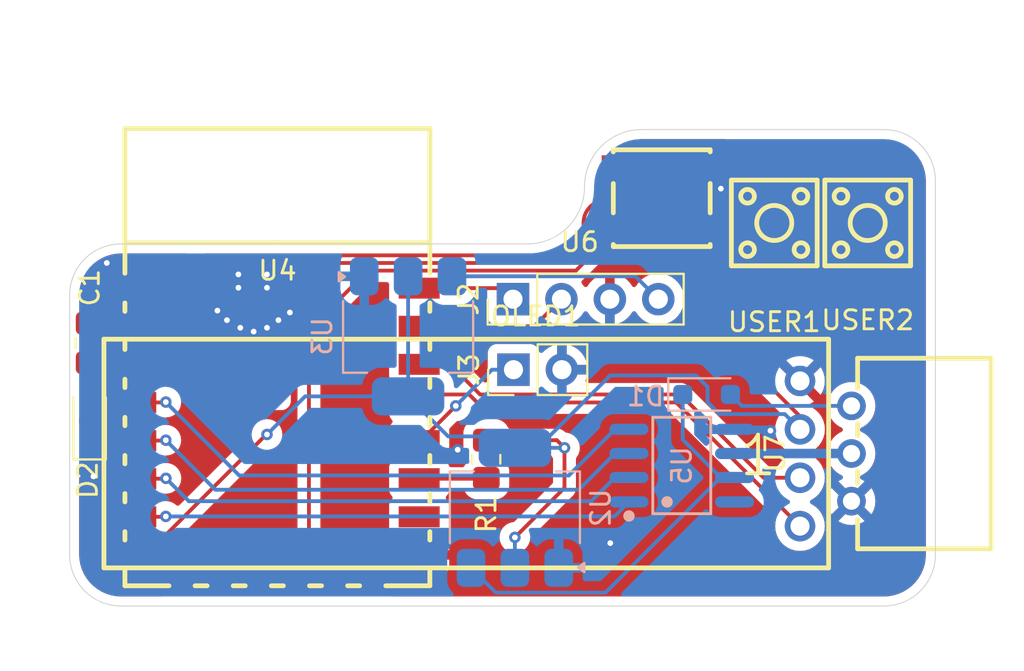
<source format=kicad_pcb>
(kicad_pcb (version 20240108) (generator "pcbnew") (generator_version "8.0")
  (layers (0 "F.Cu" signal) (31 "B.Cu" signal) (34 "B.Paste" user) (35 "F.Paste" user) (36 "B.SilkS" user "B.Silkscreen") (37 "F.SilkS" user "F.Silkscreen") (38 "B.Mask" user) (39 "F.Mask" user) (44 "Edge.Cuts" user))
  (net 0 "")
  (net 1 "GND")
  (net 2 "ENABLE")
  (net 3 "+12V")
  (net 4 "Net-(D1-A)")
  (net 5 "RX_M")
  (net 6 "TX_M")
  (net 7 "+3.3V")
  (net 8 "IO9")
  (net 9 "Net-(U4-GPIO8)")
  (net 10 "I2C-")
  (net 11 "I2C+")
  (net 12 "+5V")
  (net 13 "WAKE_L")
  (net 15 "TX_L")
  (net 17 "RX_L")
  (net 18 "SLEEP_L")
  (net 21 "LED")
  (net 25 "LIN")
  (net 27 "IO0")
  (net 28 "IO1")
  (footprint "easyeda2kicad:SW-SMD_4P-L4.5-W4.5-P3.00-LS6.8" (layer "F.Cu") (at 159.1 93.4 90)
    (property "Reference" "USER1" (at -5.2 0 180) (layer "F.SilkS"))
    (property "Value" "TSC015A03526A")
    (fp_line (start 2.25 -2.25) (end 2.25 2.25) (stroke (width 0.25)) (layer "F.SilkS"))
    (fp_line (start -2.25 -2.25) (end 2.25 -2.25) (stroke (width 0.25)) (layer "F.SilkS"))
    (fp_line (start 2.25 2.25) (end -2.25 2.25) (stroke (width 0.25)) (layer "F.SilkS"))
    (fp_line (start -2.25 2.25) (end -2.25 -2.25) (stroke (width 0.25)) (layer "F.SilkS"))
    (fp_circle (center 1.4 -1.4) (end 1.76 -1.4) (stroke (width 0.25)) (fill none) (layer "F.SilkS"))
    (fp_circle (center -1.4 -1.4) (end -1.04 -1.4) (stroke (width 0.25)) (fill none) (layer "F.SilkS"))
    (fp_circle (center 0 0) (end 0.92 0) (stroke (width 0.25)) (fill none) (layer "F.SilkS"))
    (fp_circle (center 1.4 1.4) (end 1.76 1.4) (stroke (width 0.25)) (fill none) (layer "F.SilkS"))
    (fp_circle (center -1.4 1.4) (end -1.04 1.4) (stroke (width 0.25)) (fill none) (layer "F.SilkS"))
    (pad "1" smd rect (at -3.25 -1.5 90) (size 1.4 1.1) (layers "F.Cu" "F.Paste" "F.Mask") (net 7 "+3.3V"))
    (pad "2" smd rect (at 3.25 -1.5 90) (size 1.4 1.1) (layers "F.Cu" "F.Paste" "F.Mask"))
    (pad "3" smd rect (at -3.25 1.5 90) (size 1.4 1.1) (layers "F.Cu" "F.Paste" "F.Mask"))
    (pad "4" smd rect (at 3.25 1.5 90) (size 1.4 1.1) (layers "F.Cu" "F.Paste" "F.Mask") (net 27 "IO0"))
  )
  (footprint "Resistor_SMD:R_0805_2012Metric_Pad1.20x1.40mm_HandSolder" (layer "F.Cu") (at 144 105.8 90)
    (property "Reference" "R1" (at -2.9 0 90) (layer "F.SilkS"))
    (property "Value" "10K")
    (fp_line (start -0.227064 -0.735) (end 0.227064 -0.735) (stroke (width 0.12)) (layer "F.SilkS"))
    (fp_line (start -0.227064 0.735) (end 0.227064 0.735) (stroke (width 0.12)) (layer "F.SilkS"))
    (pad "1" smd roundrect (at -1 0 90) (size 1.2 1.4) (layers "F.Cu" "F.Paste" "F.Mask") (roundrect_rratio 0.208333) (net 9 "Net-(U4-GPIO8)"))
    (pad "2" smd roundrect (at 1 0 90) (size 1.2 1.4) (layers "F.Cu" "F.Paste" "F.Mask") (roundrect_rratio 0.208333) (net 7 "+3.3V"))
  )
  (footprint "Diode_SMD:D_SOD-323_HandSoldering" (layer "F.Cu") (at 123.2 103.8 90)
    (property "Reference" "D2" (at -3.1 -0.1 -90) (layer "F.SilkS"))
    (property "Value" "1N4148WS")
    (fp_line (start -2.01 -0.85) (end 1.25 -0.85) (stroke (width 0.12)) (layer "F.SilkS"))
    (fp_line (start -2.01 -0.85) (end -2.01 0.85) (stroke (width 0.12)) (layer "F.SilkS"))
    (fp_line (start -2.01 0.85) (end 1.25 0.85) (stroke (width 0.12)) (layer "F.SilkS"))
    (pad "1" smd roundrect (at -1.25 0 90) (size 1 1) (layers "F.Cu" "F.Paste" "F.Mask") (net 1 "GND"))
    (pad "2" smd roundrect (at 1.25 0 90) (size 1 1) (layers "F.Cu" "F.Paste" "F.Mask") (net 2 "ENABLE"))
  )
  (footprint "Connector_PinHeader_2.54mm:PinHeader_1x02_P2.54mm_Vertical" (layer "F.Cu") (at 145.425 101.1 90)
    (property "Reference" "J3" (at 0 -2.33 90) (layer "F.SilkS"))
    (property "Value" "Conn_01x02_Pin")
    (fp_line (start -1.33 -1.33) (end 0 -1.33) (stroke (width 0.12)) (layer "F.SilkS"))
    (fp_line (start -1.33 0) (end -1.33 -1.33) (stroke (width 0.12)) (layer "F.SilkS"))
    (fp_line (start 1.33 1.27) (end 1.33 3.87) (stroke (width 0.12)) (layer "F.SilkS"))
    (fp_line (start -1.33 1.27) (end 1.33 1.27) (stroke (width 0.12)) (layer "F.SilkS"))
    (fp_line (start -1.33 1.27) (end -1.33 3.87) (stroke (width 0.12)) (layer "F.SilkS"))
    (fp_line (start -1.33 3.87) (end 1.33 3.87) (stroke (width 0.12)) (layer "F.SilkS"))
    (pad "1" thru_hole rect (at 0 0 90) (size 1.7 1.7) (drill 1) (layers "*.Cu" "*.Mask") (net 8 "IO9"))
    (pad "2" thru_hole oval (at 0 2.54 90) (size 1.7 1.7) (drill 1) (layers "*.Cu" "*.Mask") (net 1 "GND"))
  )
  (footprint "easyeda2kicad:SW-SMD_4P-L4.5-W4.5-P3.00-LS6.8" (layer "F.Cu") (at 164 93.4 90)
    (property "Reference" "USER2" (at -5.1 0 180) (layer "F.SilkS"))
    (property "Value" "TSC015A03526A")
    (fp_line (start 2.25 -2.25) (end 2.25 2.25) (stroke (width 0.25)) (layer "F.SilkS"))
    (fp_line (start -2.25 -2.25) (end 2.25 -2.25) (stroke (width 0.25)) (layer "F.SilkS"))
    (fp_line (start 2.25 2.25) (end -2.25 2.25) (stroke (width 0.25)) (layer "F.SilkS"))
    (fp_line (start -2.25 2.25) (end -2.25 -2.25) (stroke (width 0.25)) (layer "F.SilkS"))
    (fp_circle (center 1.4 -1.4) (end 1.76 -1.4) (stroke (width 0.25)) (fill none) (layer "F.SilkS"))
    (fp_circle (center -1.4 -1.4) (end -1.04 -1.4) (stroke (width 0.25)) (fill none) (layer "F.SilkS"))
    (fp_circle (center 0 0) (end 0.92 0) (stroke (width 0.25)) (fill none) (layer "F.SilkS"))
    (fp_circle (center 1.4 1.4) (end 1.76 1.4) (stroke (width 0.25)) (fill none) (layer "F.SilkS"))
    (fp_circle (center -1.4 1.4) (end -1.04 1.4) (stroke (width 0.25)) (fill none) (layer "F.SilkS"))
    (pad "1" smd rect (at -3.25 -1.5 90) (size 1.4 1.1) (layers "F.Cu" "F.Paste" "F.Mask") (net 7 "+3.3V"))
    (pad "2" smd rect (at 3.25 -1.5 90) (size 1.4 1.1) (layers "F.Cu" "F.Paste" "F.Mask"))
    (pad "3" smd rect (at -3.25 1.5 90) (size 1.4 1.1) (layers "F.Cu" "F.Paste" "F.Mask"))
    (pad "4" smd rect (at 3.25 1.5 90) (size 1.4 1.1) (layers "F.Cu" "F.Paste" "F.Mask") (net 28 "IO1"))
  )
  (footprint "Connector_PinHeader_2.54mm:PinHeader_1x04_P2.54mm_Vertical" (layer "F.Cu") (at 145.4 97.4 90)
    (property "Reference" "J2" (at 0 -2.33 90) (layer "F.SilkS"))
    (property "Value" "Conn_01x04_Pin")
    (fp_line (start -1.33 -1.33) (end 0 -1.33) (stroke (width 0.12)) (layer "F.SilkS"))
    (fp_line (start -1.33 0) (end -1.33 -1.33) (stroke (width 0.12)) (layer "F.SilkS"))
    (fp_line (start 1.33 1.27) (end 1.33 8.95) (stroke (width 0.12)) (layer "F.SilkS"))
    (fp_line (start -1.33 1.27) (end 1.33 1.27) (stroke (width 0.12)) (layer "F.SilkS"))
    (fp_line (start -1.33 1.27) (end -1.33 8.95) (stroke (width 0.12)) (layer "F.SilkS"))
    (fp_line (start -1.33 8.95) (end 1.33 8.95) (stroke (width 0.12)) (layer "F.SilkS"))
    (pad "1" thru_hole rect (at 0 0 90) (size 1.7 1.7) (drill 1) (layers "*.Cu" "*.Mask") (net 6 "TX_M"))
    (pad "2" thru_hole oval (at 0 2.54 90) (size 1.7 1.7) (drill 1) (layers "*.Cu" "*.Mask") (net 5 "RX_M"))
    (pad "3" thru_hole oval (at 0 5.08 90) (size 1.7 1.7) (drill 1) (layers "*.Cu" "*.Mask") (net 1 "GND"))
    (pad "4" thru_hole oval (at 0 7.62 90) (size 1.7 1.7) (drill 1) (layers "*.Cu" "*.Mask") (net 12 "+5V"))
  )
  (footprint "easyeda2kicad:OLED-TH_L38.0-W12.0_HS91L02W2C01" (layer "F.Cu") (at 160.45 105.5 180)
    (property "Reference" "OLED1" (at 13.85 7.2 0) (layer "F.SilkS"))
    (property "Value" "HS91L02W2C01")
    (fp_line (start 36.5 6) (end -1.5 6) (stroke (width 0.25)) (layer "F.SilkS"))
    (fp_line (start 36.5 -6) (end 36.5 6) (stroke (width 0.25)) (layer "F.SilkS"))
    (fp_line (start -1.5 6) (end -1.5 -6) (stroke (width 0.25)) (layer "F.SilkS"))
    (fp_line (start -1.5 -6) (end 36.5 -6) (stroke (width 0.25)) (layer "F.SilkS"))
    (fp_text user "1" (at 1.1 -0.11 0) (layer "F.SilkS") (effects (font (size 2.03 2.03) (thickness 0.2)) (justify right)))
    (pad "1" thru_hole circle (at 0 3.81 180) (size 1.6 1.6) (drill 0.999998) (layers "*.Cu" "*.Mask") (net 1 "GND"))
    (pad "2" thru_hole circle (at 0 1.27 180) (size 1.6 1.6) (drill 0.999998) (layers "*.Cu" "*.Mask") (net 7 "+3.3V"))
    (pad "3" thru_hole circle (at 0 -1.27 180) (size 1.6 1.6) (drill 0.999998) (layers "*.Cu" "*.Mask") (net 11 "I2C+"))
    (pad "4" thru_hole circle (at 0 -3.81 180) (size 1.6 1.6) (drill 0.999998) (layers "*.Cu" "*.Mask") (net 10 "I2C-"))
  )
  (footprint "Capacitor_SMD:C_0805_2012Metric_Pad1.18x1.45mm_HandSolder" (layer "F.Cu") (at 123.2 99.7 90)
    (property "Reference" "C1" (at 2.9 0 -90) (layer "F.SilkS"))
    (property "Value" "0.1uF")
    (fp_line (start -0.261252 -0.735) (end 0.261252 -0.735) (stroke (width 0.12)) (layer "F.SilkS"))
    (fp_line (start -0.261252 0.735) (end 0.261252 0.735) (stroke (width 0.12)) (layer "F.SilkS"))
    (pad "1" smd roundrect (at -1.0375 0 90) (size 1.175 1.45) (layers "F.Cu" "F.Paste" "F.Mask") (roundrect_rratio 0.212766) (net 2 "ENABLE"))
    (pad "2" smd roundrect (at 1.0375 0 90) (size 1.175 1.45) (layers "F.Cu" "F.Paste" "F.Mask") (roundrect_rratio 0.212766) (net 1 "GND"))
  )
  (footprint "easyeda2kicad:LED-SMD_4P-L5.0-W5.0-LS5.4-TL-1" (layer "F.Cu") (at 153.2 92.1 180)
    (property "Reference" "U6" (at 4.3 -2.3 0) (layer "F.SilkS"))
    (property "Value" "SK6812-B")
    (fp_line (start 2.54 2.54) (end -2.54 2.54) (stroke (width 0.25)) (layer "F.SilkS"))
    (fp_line (start 2.54 2.43) (end 2.54 2.54) (stroke (width 0.25)) (layer "F.SilkS"))
    (fp_line (start 2.54 -0.77) (end 2.54 0.77) (stroke (width 0.25)) (layer "F.SilkS"))
    (fp_line (start 2.54 -2.54) (end 2.54 -2.43) (stroke (width 0.25)) (layer "F.SilkS"))
    (fp_line (start -2.54 2.54) (end -2.54 2.43) (stroke (width 0.25)) (layer "F.SilkS"))
    (fp_line (start -2.54 0.77) (end -2.54 -0.77) (stroke (width 0.25)) (layer "F.SilkS"))
    (fp_line (start -2.54 -2.43) (end -2.54 -2.54) (stroke (width 0.25)) (layer "F.SilkS"))
    (fp_line (start -2.54 -2.54) (end 2.54 -2.54) (stroke (width 0.25)) (layer "F.SilkS"))
    (pad "1" smd rect (at -2.35 -1.65 180) (size 1.6 1.2) (layers "F.Cu" "F.Paste" "F.Mask") (net 7 "+3.3V"))
    (pad "2" smd rect (at -2.35 1.65 180) (size 1.6 1.2) (layers "F.Cu" "F.Paste" "F.Mask"))
    (pad "3" smd rect (at 2.35 1.65 180) (size 1.6 1.2) (layers "F.Cu" "F.Paste" "F.Mask") (net 1 "GND"))
    (pad "4" smd rect (at 2.35 -1.65 180) (size 1.6 1.2) (layers "F.Cu" "F.Paste" "F.Mask") (net 21 "LED"))
  )
  (footprint "easyeda2kicad:WIRELM-SMD_ESP8684-WROOM0-1C" (layer "F.Cu") (at 133.05 104.44)
    (property "Reference" "U4" (at 0 -8.54 0) (layer "F.SilkS"))
    (property "Value" "ESP8684 WROOM 01C")
    (fp_line (start -8 -8.4) (end -8 -15.99) (stroke (width 0.25)) (layer "F.SilkS"))
    (fp_line (start -8 -6.4) (end -8 -6.84) (stroke (width 0.25)) (layer "F.SilkS"))
    (fp_line (start -8 -4.4) (end -8 -4.84) (stroke (width 0.25)) (layer "F.SilkS"))
    (fp_line (start -8 -2.4) (end -8 -2.84) (stroke (width 0.25)) (layer "F.SilkS"))
    (fp_line (start -8 -0.4) (end -8 -0.84) (stroke (width 0.25)) (layer "F.SilkS"))
    (fp_line (start -8 1.6) (end -8 1.16) (stroke (width 0.25)) (layer "F.SilkS"))
    (fp_line (start -8 3.6) (end -8 3.16) (stroke (width 0.25)) (layer "F.SilkS"))
    (fp_line (start -8 5.6) (end -8 5.16) (stroke (width 0.25)) (layer "F.SilkS"))
    (fp_line (start -8 8) (end -8 7.16) (stroke (width 0.25)) (layer "F.SilkS"))
    (fp_line (start -6 8) (end -8 8) (stroke (width 0.25)) (layer "F.SilkS"))
    (fp_line (start -6 8) (end -5.69 8) (stroke (width 0.25)) (layer "F.SilkS"))
    (fp_line (start -4.32 8) (end -3.69 8) (stroke (width 0.25)) (layer "F.SilkS"))
    (fp_line (start -2.32 8) (end -1.69 8) (stroke (width 0.25)) (layer "F.SilkS"))
    (fp_line (start -0.32 8) (end 0.31 8) (stroke (width 0.25)) (layer "F.SilkS"))
    (fp_line (start 0.03 -10) (end -8 -10) (stroke (width 0.25)) (layer "F.SilkS"))
    (fp_line (start 0.03 -10) (end 7.99 -10) (stroke (width 0.25)) (layer "F.SilkS"))
    (fp_line (start 1.68 8) (end 2.31 8) (stroke (width 0.25)) (layer "F.SilkS"))
    (fp_line (start 3.68 8) (end 4.31 8) (stroke (width 0.25)) (layer "F.SilkS"))
    (fp_line (start 5.68 8) (end 5.99 8) (stroke (width 0.25)) (layer "F.SilkS"))
    (fp_line (start 7.99 -15.99) (end -8 -15.99) (stroke (width 0.25)) (layer "F.SilkS"))
    (fp_line (start 7.99 -8.4) (end 7.99 -15.99) (stroke (width 0.25)) (layer "F.SilkS"))
    (fp_line (start 7.99 -6.4) (end 7.99 -6.84) (stroke (width 0.25)) (layer "F.SilkS"))
    (fp_line (start 7.99 -4.4) (end 7.99 -4.84) (stroke (width 0.25)) (layer "F.SilkS"))
    (fp_line (start 7.99 -2.4) (end 7.99 -2.84) (stroke (width 0.25)) (layer "F.SilkS"))
    (fp_line (start 7.99 -0.4) (end 7.99 -0.84) (stroke (width 0.25)) (layer "F.SilkS"))
    (fp_line (start 7.99 1.6) (end 7.99 1.16) (stroke (width 0.25)) (layer "F.SilkS"))
    (fp_line (start 7.99 3.6) (end 7.99 3.16) (stroke (width 0.25)) (layer "F.SilkS"))
    (fp_line (start 7.99 5.6) (end 7.99 5.16) (stroke (width 0.25)) (layer "F.SilkS"))
    (fp_line (start 7.99 8) (end 5.99 8) (stroke (width 0.25)) (layer "F.SilkS"))
    (fp_line (start 7.99 8) (end 7.99 7.16) (stroke (width 0.25)) (layer "F.SilkS"))
    (pad "1" smd rect (at -7.43 -7.62) (size 2.15 1.1) (layers "F.Cu" "F.Paste" "F.Mask") (net 27 "IO0"))
    (pad "2" smd rect (at -7.43 -5.62) (size 2.15 1.1) (layers "F.Cu" "F.Paste" "F.Mask") (net 28 "IO1"))
    (pad "3" smd rect (at -7.43 -3.62) (size 2.15 1.1) (layers "F.Cu" "F.Paste" "F.Mask") (net 2 "ENABLE"))
    (pad "4" smd rect (at -7.43 -1.62) (size 2.15 1.1) (layers "F.Cu" "F.Paste" "F.Mask") (net 15 "TX_L"))
    (pad "5" smd rect (at -7.43 0.38) (size 2.15 1.1) (layers "F.Cu" "F.Paste" "F.Mask") (net 13 "WAKE_L"))
    (pad "6" smd rect (at -7.43 2.38) (size 2.15 1.1) (layers "F.Cu" "F.Paste" "F.Mask") (net 18 "SLEEP_L"))
    (pad "7" smd rect (at -7.43 4.38) (size 2.15 1.1) (layers "F.Cu" "F.Paste" "F.Mask") (net 17 "RX_L"))
    (pad "8" smd rect (at -7.43 6.38) (size 2.15 1.1) (layers "F.Cu" "F.Paste" "F.Mask") (net 7 "+3.3V"))
    (pad "9" smd rect (at -5 7.62 90) (size 1.4 0.9) (layers "F.Cu" "F.Paste" "F.Mask"))
    (pad "10" smd rect (at -3 7.62 90) (size 1.4 0.9) (layers "F.Cu" "F.Paste" "F.Mask"))
    (pad "11" smd rect (at -1 7.62 90) (size 1.4 0.9) (layers "F.Cu" "F.Paste" "F.Mask"))
    (pad "12" smd rect (at 1 7.62 90) (size 1.4 0.9) (layers "F.Cu" "F.Paste" "F.Mask") (net 21 "LED"))
    (pad "13" smd rect (at 3 7.62 90) (size 1.4 0.9) (layers "F.Cu" "F.Paste" "F.Mask"))
    (pad "14" smd rect (at 5 7.62 90) (size 1.4 0.9) (layers "F.Cu" "F.Paste" "F.Mask"))
    (pad "15" smd rect (at 7.43 6.38 180) (size 2.15 1.1) (layers "F.Cu" "F.Paste" "F.Mask") (net 1 "GND"))
    (pad "16" smd rect (at 7.43 4.38 180) (size 2.15 1.1) (layers "F.Cu" "F.Paste" "F.Mask"))
    (pad "17" smd rect (at 7.43 2.38 180) (size 2.15 1.1) (layers "F.Cu" "F.Paste" "F.Mask") (net 9 "Net-(U4-GPIO8)"))
    (pad "18" smd rect (at 7.43 0.38 180) (size 2.15 1.1) (layers "F.Cu" "F.Paste" "F.Mask") (net 8 "IO9"))
    (pad "19" smd rect (at 7.43 -1.62 180) (size 2.15 1.1) (layers "F.Cu" "F.Paste" "F.Mask") (net 10 "I2C-"))
    (pad "20" smd rect (at 7.43 -3.62 180) (size 2.15 1.1) (layers "F.Cu" "F.Paste" "F.Mask") (net 11 "I2C+"))
    (pad "21" smd rect (at 7.43 -5.62 180) (size 2.15 1.1) (layers "F.Cu" "F.Paste" "F.Mask") (net 5 "RX_M"))
    (pad "22" smd rect (at 7.43 -7.62 180) (size 2.15 1.1) (layers "F.Cu" "F.Paste" "F.Mask") (net 6 "TX_M"))
    (pad "23" smd rect (at -1.2 -3.99 180) (size 2.8 0.55) (layers "F.Cu" "F.Paste" "F.Mask") (net 1 "GND"))
    (pad "24" smd rect (at -1.2 -2.52 180) (size 2.8 1.6) (layers "F.Cu" "F.Paste" "F.Mask") (net 1 "GND"))
    (zone (net 0) (net_name "") (layers "*.Cu" "F.SilkS") (name "KEEPOUT AREA") (connect_pads (clearance 0)) (min_thickness 0.25)
      (keepout (tracks not_allowed) (vias not_allowed) (pads not_allowed) (copperpour not_allowed) (footprints not_allowed))
      (fill (thermal_gap 0.5) (thermal_bridge_width 0.5))
      (polygon (pts (xy 120.05 94.44) (xy 120.05 83.44) (xy 146.05 83.44) (xy 146.05 94.44)))
    )
  )
  (footprint "easyeda2kicad:HDR-TH_3P-P2.50_ZX-XH2.54-3PWZ" (layer "F.Cu") (at 163.15 105.5 90)
    (property "Reference" "U7" (at 0 -4 90) (layer "F.SilkS"))
    (property "Value" "ZX-XH2.54-3PWZ")
    (fp_line (start 5 0.32) (end 3.43 0.32) (stroke (width 0.25)) (layer "F.SilkS"))
    (fp_line (start 1.57 0.32) (end 0.93 0.32) (stroke (width 0.25)) (layer "F.SilkS"))
    (fp_line (start -0.93 0.32) (end -1.57 0.32) (stroke (width 0.25)) (layer "F.SilkS"))
    (fp_line (start -3.43 0.32) (end -5 0.32) (stroke (width 0.25)) (layer "F.SilkS"))
    (fp_line (start -5 0.32) (end -5 7.32) (stroke (width 0.25)) (layer "F.SilkS"))
    (fp_line (start 5 7.32) (end 5 0.32) (stroke (width 0.25)) (layer "F.SilkS"))
    (fp_line (start -5 7.32) (end 5 7.32) (stroke (width 0.25)) (layer "F.SilkS"))
    (pad "1" thru_hole circle (at -2.5 0 90) (size 1.5 1.5) (drill 0.900024) (layers "*.Cu" "*.Mask") (net 1 "GND"))
    (pad "2" thru_hole circle (at 0 0 90) (size 1.5 1.5) (drill 0.900024) (layers "*.Cu" "*.Mask") (net 25 "LIN"))
    (pad "3" thru_hole circle (at 2.5 0 90) (size 1.5 1.5) (drill 0.900024) (layers "*.Cu" "*.Mask") (net 4 "Net-(D1-A)"))
  )
  (footprint "Diode_SMD:D_SOD-323_HandSoldering" (layer "B.Cu") (at 155.55 102.4)
    (property "Reference" "D1" (at -3.2 0.1 0) (layer "B.SilkS") (effects (justify mirror)))
    (property "Value" "1N4148WS")
    (fp_line (start -2.01 -0.85) (end -2.01 0.85) (stroke (width 0.12)) (layer "B.SilkS"))
    (fp_line (start 1.25 -0.85) (end -2.01 -0.85) (stroke (width 0.12)) (layer "B.SilkS"))
    (fp_line (start 1.25 0.85) (end -2.01 0.85) (stroke (width 0.12)) (layer "B.SilkS"))
    (pad "1" smd roundrect (at -1.25 0) (size 1 1) (layers "B.Cu" "B.Paste" "B.Mask") (net 3 "+12V"))
    (pad "2" smd roundrect (at 1.25 0) (size 1 1) (layers "B.Cu" "B.Paste" "B.Mask") (net 4 "Net-(D1-A)"))
  )
  (footprint "Package_TO_SOT_SMD:SOT-223-3_TabPin2" (layer "B.Cu") (at 139.9 99.35 -90)
    (property "Reference" "U3" (at 0 4.5 90) (layer "B.SilkS") (effects (justify mirror)))
    (property "Value" "LD1117S33TR_SOT223")
    (fp_line (start 1.91 3.41) (end -1.85 3.41) (stroke (width 0.12)) (layer "B.SilkS"))
    (fp_line (start 1.91 2.15) (end 1.91 3.41) (stroke (width 0.12)) (layer "B.SilkS"))
    (fp_line (start 1.91 -2.15) (end 1.91 -3.41) (stroke (width 0.12)) (layer "B.SilkS"))
    (fp_line (start 1.91 -3.41) (end -1.85 -3.41) (stroke (width 0.12)) (layer "B.SilkS"))
    (fp_poly (pts (xy -3.13 3.31) (xy -3.37 3.64) (xy -2.89 3.64) (xy -3.13 3.31)) (stroke (width 0.12)) (fill solid) (layer "B.SilkS"))
    (pad "1" smd roundrect (at -3.15 2.3 270) (size 2 1.5) (layers "B.Cu" "B.Paste" "B.Mask") (net 1 "GND"))
    (pad "2" smd roundrect (at -3.15 0 270) (size 2 1.5) (layers "B.Cu" "B.Paste" "B.Mask") (net 7 "+3.3V"))
    (pad "2" smd roundrect (at 3.15 0 270) (size 2 3.8) (layers "B.Cu" "B.Paste" "B.Mask") (net 7 "+3.3V"))
    (pad "3" smd roundrect (at -3.15 -2.3 270) (size 2 1.5) (layers "B.Cu" "B.Paste" "B.Mask") (net 12 "+5V"))
  )
  (footprint "Package_TO_SOT_SMD:SOT-223-3_TabPin2" (layer "B.Cu") (at 145.5 108.35 90)
    (property "Reference" "U2" (at 0 4.5 90) (layer "B.SilkS") (effects (justify mirror)))
    (property "Value" "LD1117S33TR_SOT223")
    (fp_line (start 1.91 -3.41) (end -1.85 -3.41) (stroke (width 0.12)) (layer "B.SilkS"))
    (fp_line (start 1.91 -2.15) (end 1.91 -3.41) (stroke (width 0.12)) (layer "B.SilkS"))
    (fp_line (start 1.91 2.15) (end 1.91 3.41) (stroke (width 0.12)) (layer "B.SilkS"))
    (fp_line (start 1.91 3.41) (end -1.85 3.41) (stroke (width 0.12)) (layer "B.SilkS"))
    (fp_poly (pts (xy -3.13 3.31) (xy -3.37 3.64) (xy -2.89 3.64) (xy -3.13 3.31)) (stroke (width 0.12)) (fill solid) (layer "B.SilkS"))
    (pad "1" smd roundrect (at -3.15 2.3 90) (size 2 1.5) (layers "B.Cu" "B.Paste" "B.Mask") (net 1 "GND"))
    (pad "2" smd roundrect (at -3.15 0 90) (size 2 1.5) (layers "B.Cu" "B.Paste" "B.Mask") (net 7 "+3.3V"))
    (pad "2" smd roundrect (at 3.15 0 90) (size 2 3.8) (layers "B.Cu" "B.Paste" "B.Mask") (net 7 "+3.3V"))
    (pad "3" smd roundrect (at -3.15 -2.3 90) (size 2 1.5) (layers "B.Cu" "B.Paste" "B.Mask") (net 3 "+12V"))
  )
  (footprint "easyeda2kicad:SOIC-8_L4.9-W3.9-P1.27-LS6.0-BL" (layer "B.Cu") (at 154.25 106.1275 90)
    (property "Reference" "U5" (at 0 0 90) (layer "B.SilkS") (effects (justify mirror)))
    (property "Value" "TJA1021T/20/CM,118")
    (fp_line (start 2.53 -1.52) (end 2.53 1.52) (stroke (width 0.15)) (layer "B.SilkS"))
    (fp_line (start -2.53 -1.52) (end 2.53 -1.52) (stroke (width 0.15)) (layer "B.SilkS"))
    (fp_line (start 2.53 1.52) (end -2.53 1.52) (stroke (width 0.15)) (layer "B.SilkS"))
    (fp_line (start -2.53 1.52) (end -2.53 -1.52) (stroke (width 0.15)) (layer "B.SilkS"))
    (fp_circle (center -2.65 -2.77) (end -2.5 -2.77) (stroke (width 0.3)) (fill none) (layer "B.SilkS"))
    (fp_circle (center -1.91 -0.77) (end -1.76 -0.77) (stroke (width 0.3)) (fill none) (layer "B.SilkS"))
    (pad "1" smd oval (at -1.91 -2.77 90) (size 0.59 2.05) (layers "B.Cu" "B.Paste" "B.Mask") (net 17 "RX_L"))
    (pad "2" smd oval (at -0.63 -2.77 90) (size 0.59 2.05) (layers "B.Cu" "B.Paste" "B.Mask") (net 18 "SLEEP_L"))
    (pad "3" smd oval (at 0.63 -2.77 90) (size 0.59 2.05) (layers "B.Cu" "B.Paste" "B.Mask") (net 13 "WAKE_L"))
    (pad "4" smd oval (at 1.9 -2.77 90) (size 0.59 2.05) (layers "B.Cu" "B.Paste" "B.Mask") (net 15 "TX_L"))
    (pad "5" smd oval (at 1.9 2.77 90) (size 0.59 2.05) (layers "B.Cu" "B.Paste" "B.Mask") (net 1 "GND"))
    (pad "6" smd oval (at 0.63 2.77 90) (size 0.59 2.05) (layers "B.Cu" "B.Paste" "B.Mask") (net 25 "LIN"))
    (pad "7" smd oval (at -0.63 2.77 90) (size 0.59 2.05) (layers "B.Cu" "B.Paste" "B.Mask") (net 3 "+12V"))
    (pad "8" smd oval (at -1.91 2.77 90) (size 0.59 2.05) (layers "B.Cu" "B.Paste" "B.Mask"))
  )
  (gr_arc (start 149.594975 93.394975) (mid 149.8 92.9) (end 150.294975 92.694975) (stroke (width 0.2)) (layer "F.Cu") (net 28))
  (gr_line (start 149.1 94.1) (end 149.1 93.394975) (stroke (width 0.2)) (layer "F.Cu") (net 27))
  (gr_arc (start 149.09999 93.394975) (mid 149.449993 92.549993) (end 150.294975 92.19999) (stroke (width 0.2)) (layer "F.Cu") (net 27))
  (gr_line (start 150.9 92.2) (end 150.294975 92.2) (stroke (width 0.2)) (layer "F.Cu") (net 27))
  (gr_line (start 164.85 88.5) (end 152.15 88.5) (stroke (width 0.05)) (layer "Edge.Cuts"))
  (gr_arc (start 149.15 91.5) (mid 148.27132 93.62132) (end 146.15 94.5) (stroke (width 0.05)) (layer "Edge.Cuts"))
  (gr_line (start 124.85 94.5) (end 146.15 94.5) (stroke (width 0.05)) (layer "Edge.Cuts"))
  (gr_line (start 167.55 110.8) (end 167.55 91.2) (stroke (width 0.05)) (layer "Edge.Cuts"))
  (gr_arc (start 164.85 88.5) (mid 166.759188 89.290812) (end 167.55 91.2) (stroke (width 0.05)) (layer "Edge.Cuts"))
  (gr_line (start 122.15 97.2) (end 122.15 110.8) (stroke (width 0.05)) (layer "Edge.Cuts"))
  (gr_arc (start 124.85 113.5) (mid 122.940812 112.709188) (end 122.15 110.8) (stroke (width 0.05)) (layer "Edge.Cuts"))
  (gr_arc (start 122.15 97.2) (mid 122.940812 95.290812) (end 124.85 94.5) (stroke (width 0.05)) (layer "Edge.Cuts"))
  (gr_arc (start 167.55 110.8) (mid 166.759188 112.709188) (end 164.85 113.5) (stroke (width 0.05)) (layer "Edge.Cuts"))
  (gr_line (start 124.85 113.5) (end 164.85 113.5) (stroke (width 0.05)) (layer "Edge.Cuts"))
  (gr_arc (start 149.15 91.5) (mid 150.02868 89.37868) (end 152.15 88.5) (stroke (width 0.05)) (layer "Edge.Cuts"))
  (via (at 132.5 96.8) (size 0.6) (drill 0.3) (layers "F.Cu" "B.Cu") (net 1))
  (via (at 124.1 95.5) (size 0.6) (drill 0.3) (layers "F.Cu" "B.Cu") (net 1))
  (via (at 129.9 98) (size 0.6) (drill 0.3) (layers "F.Cu" "B.Cu") (net 1))
  (via (at 158.9 104.3) (size 0.6) (drill 0.3) (layers "F.Cu" "B.Cu") (net 1))
  (via (at 156.3 91.6) (size 0.6) (drill 0.3) (layers "F.Cu" "B.Cu") (net 1))
  (via (at 131.1 98.9) (size 0.6) (drill 0.3) (layers "F.Cu" "B.Cu") (net 1))
  (via (at 131 96.1) (size 0.6) (drill 0.3) (layers "F.Cu" "B.Cu") (net 1))
  (via (at 150.5 110.2) (size 0.6) (drill 0.3) (layers "F.Cu" "B.Cu") (net 1))
  (via (at 133.7 98.1) (size 0.6) (drill 0.3) (layers "F.Cu" "B.Cu") (net 1))
  (via (at 123.4 106.7) (size 0.6) (drill 0.3) (layers "F.Cu" "B.Cu") (net 1))
  (via (at 132.5 96.1) (size 0.6) (drill 0.3) (layers "F.Cu" "B.Cu") (net 1))
  (via (at 132.5 98.9) (size 0.6) (drill 0.3) (layers "F.Cu" "B.Cu") (net 1))
  (via (at 133.1 98.5) (size 0.6) (drill 0.3) (layers "F.Cu" "B.Cu") (net 1))
  (via (at 130.4 98.5) (size 0.6) (drill 0.3) (layers "F.Cu" "B.Cu") (net 1))
  (via (at 131 96.8) (size 0.6) (drill 0.3) (layers "F.Cu" "B.Cu") (net 1))
  (via (at 142.5 105.3) (size 0.6) (drill 0.3) (layers "F.Cu" "B.Cu") (net 1))
  (via (at 131.8 99.1) (size 0.6) (drill 0.3) (layers "F.Cu" "B.Cu") (net 1))
  (segment (start 125.5375 100.7375) (end 125.62 100.82) (width 0.2) (layer "F.Cu") (net 2))
  (segment (start 123.2 100.7375) (end 125.5375 100.7375) (width 0.2) (layer "F.Cu") (net 2))
  (segment (start 123.2 100.7375) (end 123.2 102.55) (width 0.2) (layer "F.Cu") (net 2))
  (segment (start 144.5 112.8) (end 150.2475 112.8) (width 0.2) (layer "B.Cu") (net 3))
  (segment (start 156.29 106.7575) (end 157.02 106.7575) (width 0.2) (layer "B.Cu") (net 3))
  (segment (start 143.2 111.5) (end 144.5 112.8) (width 0.2) (layer "B.Cu") (net 3))
  (segment (start 154.3 102.4) (end 154.3 104.7675) (width 0.2) (layer "B.Cu") (net 3))
  (segment (start 154.3 104.7675) (end 156.29 106.7575) (width 0.2) (layer "B.Cu") (net 3))
  (segment (start 150.2475 112.8) (end 156.29 106.7575) (width 0.2) (layer "B.Cu") (net 3))
  (segment (start 157.4 103) (end 163.15 103) (width 0.2) (layer "B.Cu") (net 4))
  (segment (start 156.8 102.4) (end 157.4 103) (width 0.2) (layer "B.Cu") (net 4))
  (segment (start 146.52 98.82) (end 140.48 98.82) (width 0.2) (layer "F.Cu") (net 5))
  (segment (start 147.94 97.4) (end 146.52 98.82) (width 0.2) (layer "F.Cu") (net 5))
  (segment (start 140.48 96.82) (end 144.82 96.82) (width 0.2) (layer "F.Cu") (net 6))
  (segment (start 144.82 96.82) (end 145.4 97.4) (width 0.2) (layer "F.Cu") (net 6))
  (segment (start 145.5 109.9) (end 148.1 107.3) (width 0.2) (layer "F.Cu") (net 7))
  (segment (start 158.6 95.65) (end 161.5 95.65) (width 0.2) (layer "F.Cu") (net 7))
  (segment (start 155.55 94) (end 157.6 96.05) (width 0.2) (layer "F.Cu") (net 7))
  (segment (start 147.700004 104.8) (end 148.1 105.199996) (width 0.2) (layer "F.Cu") (net 7))
  (segment (start 126.145 110.82) (end 132.465 104.5) (width 0.2) (layer "F.Cu") (net 7))
  (segment (start 132.465 104.5) (end 132.5 104.5) (width 0.2) (layer "F.Cu") (net 7))
  (segment (start 125.62 110.82) (end 126.145 110.82) (width 0.2) (layer "F.Cu") (net 7))
  (segment (start 161.5 95.65) (end 162.5 96.65) (width 0.2) (layer "F.Cu") (net 7))
  (segment (start 157.6 100.7) (end 160.45 103.55) (width 0.2) (layer "F.Cu") (net 7))
  (segment (start 157.6 96.05) (end 157.6 96.65) (width 0.2) (layer "F.Cu") (net 7))
  (segment (start 157.6 96.65) (end 158.6 95.65) (width 0.2) (layer "F.Cu") (net 7))
  (segment (start 148.1 107.3) (end 148.1 105.199996) (width 0.2) (layer "F.Cu") (net 7))
  (segment (start 145.5 104.8) (end 147.700004 104.8) (width 0.2) (layer "F.Cu") (net 7))
  (segment (start 144 104.8) (end 145.5 104.8) (width 0.2) (layer "F.Cu") (net 7))
  (segment (start 155.55 93.75) (end 155.55 94) (width 0.2) (layer "F.Cu") (net 7))
  (segment (start 157.6 96.65) (end 157.6 100.7) (width 0.2) (layer "F.Cu") (net 7))
  (segment (start 160.45 103.55) (end 160.45 104.23) (width 0.2) (layer "F.Cu") (net 7))
  (via (at 145.5 109.9) (size 0.6) (drill 0.3) (layers "F.Cu" "B.Cu") (net 7))
  (via (at 132.5 104.5) (size 0.6) (drill 0.3) (layers "F.Cu" "B.Cu") (net 7))
  (via (at 148.1 105.199996) (size 0.6) (drill 0.3) (layers "F.Cu" "B.Cu") (net 7))
  (segment (start 155.6 102) (end 155 101.4) (width 0.2) (layer "B.Cu") (net 7))
  (segment (start 142 104.6) (end 144.9 104.6) (width 0.2) (layer "B.Cu") (net 7))
  (segment (start 155.6 102.8) (end 155.6 102) (width 0.2) (layer "B.Cu") (net 7))
  (segment (start 139.9 102.5) (end 134.5 102.5) (width 0.2) (layer "B.Cu") (net 7))
  (segment (start 150.5 101.4) (end 146.7 105.2) (width 0.2) (layer "B.Cu") (net 7))
  (segment (start 139.9 102.5) (end 142 104.6) (width 0.2) (layer "B.Cu") (net 7))
  (segment (start 145.5 105.2) (end 148.099996 105.2) (width 0.2) (layer "B.Cu") (net 7))
  (segment (start 145.5 111.5) (end 145.5 109.9) (width 0.2) (layer "B.Cu") (net 7))
  (segment (start 148.099996 105.2) (end 148.1 105.199996) (width 0.2) (layer "B.Cu") (net 7))
  (segment (start 155 101.4) (end 150.5 101.4) (width 0.2) (layer "B.Cu") (net 7))
  (segment (start 134.5 102.5) (end 132.5 104.5) (width 0.2) (layer "B.Cu") (net 7))
  (segment (start 160.45 104.23) (end 159.650001 103.430001) (width 0.2) (layer "B.Cu") (net 7))
  (segment (start 156.230001 103.430001) (end 155.6 102.8) (width 0.2) (layer "B.Cu") (net 7))
  (segment (start 139.9 102.5) (end 139.9 96.2) (width 0.2) (layer "B.Cu") (net 7))
  (segment (start 159.650001 103.430001) (end 156.230001 103.430001) (width 0.2) (layer "B.Cu") (net 7))
  (segment (start 146.7 105.2) (end 145.5 105.2) (width 0.2) (layer "B.Cu") (net 7))
  (segment (start 144.9 104.6) (end 145.5 105.2) (width 0.2) (layer "B.Cu") (net 7))
  (segment (start 140.48 104.82) (end 140.58 104.82) (width 0.2) (layer "F.Cu") (net 8))
  (segment (start 140.58 104.82) (end 142.4 103) (width 0.2) (layer "F.Cu") (net 8))
  (via (at 142.4 103) (size 0.6) (drill 0.3) (layers "F.Cu" "B.Cu") (net 8))
  (segment (start 145.425 101.1) (end 144.3 101.1) (width 0.2) (layer "B.Cu") (net 8))
  (segment (start 144.3 101.1) (end 142.4 103) (width 0.2) (layer "B.Cu") (net 8))
  (segment (start 140.48 106.82) (end 143.98 106.82) (width 0.2) (layer "F.Cu") (net 9))
  (segment (start 143.98 106.82) (end 144 106.8) (width 0.2) (layer "F.Cu") (net 9))
  (segment (start 143.1 102.4) (end 140.9 102.4) (width 0.2) (layer "F.Cu") (net 10))
  (segment (start 140.9 102.4) (end 140.48 102.82) (width 0.2) (layer "F.Cu") (net 10))
  (segment (start 143.52 102.82) (end 143.1 102.4) (width 0.2) (layer "F.Cu") (net 10))
  (segment (start 160.45 109.31) (end 153.96 102.82) (width 0.2) (layer "F.Cu") (net 10))
  (segment (start 153.96 102.82) (end 143.52 102.82) (width 0.2) (layer "F.Cu") (net 10))
  (segment (start 143.672501 102.4) (end 142.092501 100.82) (width 0.2) (layer "F.Cu") (net 11))
  (segment (start 160.45 106.77) (end 158.546397 106.77) (width 0.2) (layer "F.Cu") (net 11))
  (segment (start 142.092501 100.82) (end 140.48 100.82) (width 0.2) (layer "F.Cu") (net 11))
  (segment (start 154.176397 102.4) (end 143.672501 102.4) (width 0.2) (layer "F.Cu") (net 11))
  (segment (start 158.546397 106.77) (end 154.176397 102.4) (width 0.2) (layer "F.Cu") (net 11))
  (segment (start 151.82 96.2) (end 153.02 97.4) (width 0.2) (layer "B.Cu") (net 12))
  (segment (start 142.2 96.2) (end 151.82 96.2) (width 0.2) (layer "B.Cu") (net 12))
  (segment (start 127.175002 104.82) (end 127.195002 104.8) (width 0.2) (layer "F.Cu") (net 13))
  (segment (start 125.62 104.82) (end 127.175002 104.82) (width 0.2) (layer "F.Cu") (net 13))
  (via (at 127.195002 104.8) (size 0.6) (drill 0.3) (layers "F.Cu" "B.Cu") (net 13))
  (segment (start 150.75 105.4975) (end 148.8475 107.4) (width 0.2) (layer "B.Cu") (net 13))
  (segment (start 129.795002 107.4) (end 127.195002 104.8) (width 0.2) (layer "B.Cu") (net 13))
  (segment (start 148.8475 107.4) (end 129.795002 107.4) (width 0.2) (layer "B.Cu") (net 13))
  (segment (start 151.48 105.4975) (end 150.75 105.4975) (width 0.2) (layer "B.Cu") (net 13))
  (segment (start 127.175002 102.82) (end 127.195002 102.8) (width 0.2) (layer "F.Cu") (net 15))
  (segment (start 125.62 102.82) (end 127.175002 102.82) (width 0.2) (layer "F.Cu") (net 15))
  (via (at 127.195002 102.8) (size 0.6) (drill 0.3) (layers "F.Cu" "B.Cu") (net 15))
  (segment (start 148.3275 106.65) (end 131.045002 106.65) (width 0.2) (layer "B.Cu") (net 15))
  (segment (start 150.75 104.2275) (end 148.3275 106.65) (width 0.2) (layer "B.Cu") (net 15))
  (segment (start 151.48 104.2275) (end 150.75 104.2275) (width 0.2) (layer "B.Cu") (net 15))
  (segment (start 131.045002 106.65) (end 127.195002 102.8) (width 0.2) (layer "B.Cu") (net 15))
  (segment (start 125.62 108.82) (end 127.175 108.82) (width 0.2) (layer "F.Cu") (net 17))
  (segment (start 127.175 108.82) (end 127.195002 108.799998) (width 0.2) (layer "F.Cu") (net 17))
  (via (at 127.195002 108.799998) (size 0.6) (drill 0.3) (layers "F.Cu" "B.Cu") (net 17))
  (segment (start 151.48 108.0375) (end 150.717502 108.799998) (width 0.2) (layer "B.Cu") (net 17))
  (segment (start 150.717502 108.799998) (end 127.195002 108.799998) (width 0.2) (layer "B.Cu") (net 17))
  (segment (start 125.62 106.82) (end 127.18 106.82) (width 0.2) (layer "F.Cu") (net 18))
  (segment (start 127.18 106.82) (end 127.2 106.8) (width 0.2) (layer "F.Cu") (net 18))
  (via (at 127.2 106.8) (size 0.6) (drill 0.3) (layers "F.Cu" "B.Cu") (net 18))
  (segment (start 128.4 108) (end 127.2 106.8) (width 0.2) (layer "B.Cu") (net 18))
  (segment (start 151.48 106.7575) (end 150.75 106.7575) (width 0.2) (layer "B.Cu") (net 18))
  (segment (start 150.75 106.7575) (end 149.5075 108) (width 0.2) (layer "B.Cu") (net 18))
  (segment (start 149.5075 108) (end 128.4 108) (width 0.2) (layer "B.Cu") (net 18))
  (segment (start 134.7 111.16) (end 134.7 99) (width 0.2) (layer "F.Cu") (net 21))
  (segment (start 148.7 95.9) (end 150.85 93.75) (width 0.2) (layer "F.Cu") (net 21))
  (segment (start 134.05 111.81) (end 134.7 111.16) (width 0.2) (layer "F.Cu") (net 21))
  (segment (start 134.05 112.06) (end 134.05 111.81) (width 0.2) (layer "F.Cu") (net 21))
  (segment (start 134.7 99) (end 137.8 95.9) (width 0.2) (layer "F.Cu") (net 21))
  (segment (start 137.8 95.9) (end 148.7 95.9) (width 0.2) (layer "F.Cu") (net 21))
  (segment (start 163.15 105.5) (end 157.0225 105.5) (width 0.5) (layer "B.Cu") (net 25))
  (segment (start 157.0225 105.5) (end 157.02 105.4975) (width 0.2) (layer "B.Cu") (net 25))
  (segment (start 148.1 95.1) (end 149.1 94.1) (width 0.2) (layer "F.Cu") (net 27))
  (segment (start 125.62 96.82) (end 127.579314 96.82) (width 0.2) (layer "F.Cu") (net 27))
  (segment (start 158.55 92.2) (end 150.9 92.2) (width 0.2) (layer "F.Cu") (net 27))
  (segment (start 146.8 95.1) (end 148.1 95.1) (width 0.2) (layer "F.Cu") (net 27))
  (segment (start 129.299314 95.1) (end 146.8 95.1) (width 0.2) (layer "F.Cu") (net 27))
  (segment (start 127.579314 96.82) (end 129.299314 95.1) (width 0.2) (layer "F.Cu") (net 27))
  (segment (start 160.6 90.15) (end 158.55 92.2) (width 0.2) (layer "F.Cu") (net 27))
  (segment (start 129.465 95.5) (end 126.145 98.82) (width 0.2) (layer "F.Cu") (net 28))
  (segment (start 148.4 95.5) (end 129.465 95.5) (width 0.2) (layer "F.Cu") (net 28))
  (segment (start 126.145 98.82) (end 125.62 98.82) (width 0.2) (layer "F.Cu") (net 28))
  (segment (start 149.594975 93.394975) (end 149.594975 94.305025) (width 0.2) (layer "F.Cu") (net 28))
  (segment (start 165.5 90.75) (end 163.55 92.7) (width 0.2) (layer "F.Cu") (net 28))
  (segment (start 150.31005 92.7) (end 150.305025 92.694975) (width 0.2) (layer "F.Cu") (net 28))
  (segment (start 163.55 92.7) (end 150.31005 92.7) (width 0.2) (layer "F.Cu") (net 28))
  (segment (start 149.594975 94.305025) (end 148.4 95.5) (width 0.2) (layer "F.Cu") (net 28))
  (segment (start 165.5 90.15) (end 165.5 90.75) (width 0.2) (layer "F.Cu") (net 28))
  (zone (net 1) (net_name "GND") (layers "F&B.Cu") (connect_pads (clearance 0.5)) (min_thickness 0.25) (fill yes (thermal_gap 0.5) (thermal_bridge_width 0.5))
    (polygon (pts (xy 118.5 81.7) (xy 118.5 116.5) (xy 145.9 116.5) (xy 172.2 116.2) (xy 172.2 81.7) (xy 145.7 81.7)))
  )
)
</source>
